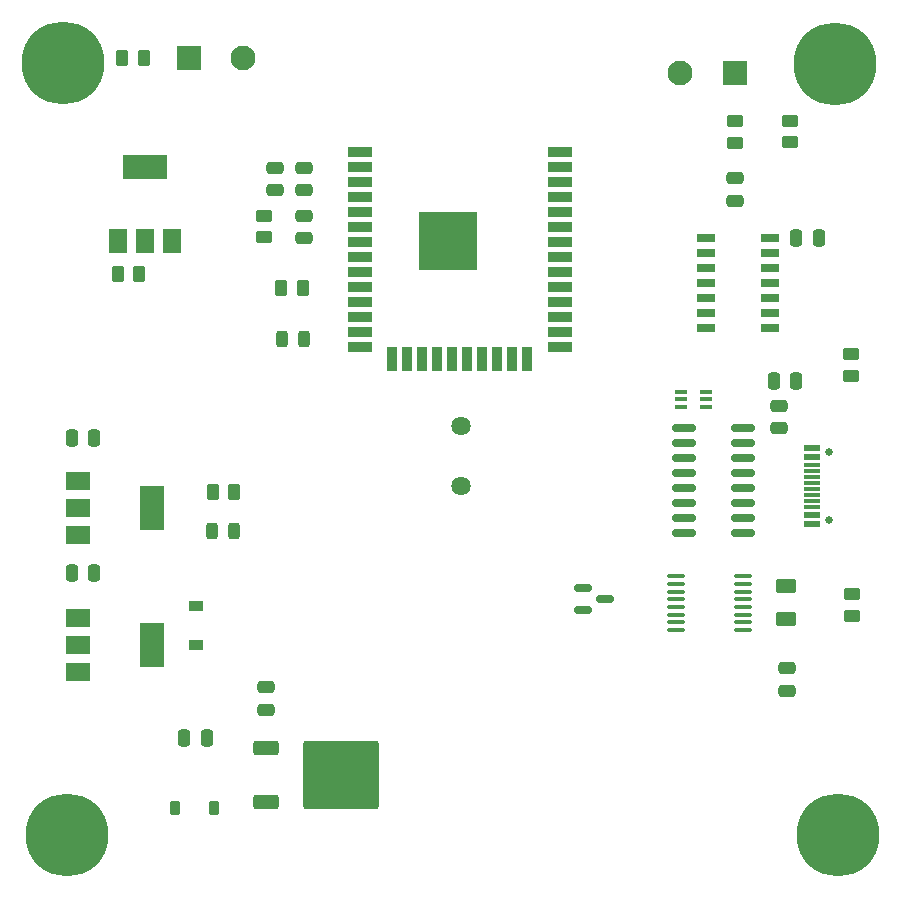
<source format=gbr>
G04 #@! TF.GenerationSoftware,KiCad,Pcbnew,7.0.11-7.0.11~ubuntu22.04.1*
G04 #@! TF.CreationDate,2024-10-06T14:21:29+01:00*
G04 #@! TF.ProjectId,jubileev2,6a756269-6c65-4657-9632-2e6b69636164,rev?*
G04 #@! TF.SameCoordinates,Original*
G04 #@! TF.FileFunction,Soldermask,Top*
G04 #@! TF.FilePolarity,Negative*
%FSLAX46Y46*%
G04 Gerber Fmt 4.6, Leading zero omitted, Abs format (unit mm)*
G04 Created by KiCad (PCBNEW 7.0.11-7.0.11~ubuntu22.04.1) date 2024-10-06 14:21:29*
%MOMM*%
%LPD*%
G01*
G04 APERTURE LIST*
G04 Aperture macros list*
%AMRoundRect*
0 Rectangle with rounded corners*
0 $1 Rounding radius*
0 $2 $3 $4 $5 $6 $7 $8 $9 X,Y pos of 4 corners*
0 Add a 4 corners polygon primitive as box body*
4,1,4,$2,$3,$4,$5,$6,$7,$8,$9,$2,$3,0*
0 Add four circle primitives for the rounded corners*
1,1,$1+$1,$2,$3*
1,1,$1+$1,$4,$5*
1,1,$1+$1,$6,$7*
1,1,$1+$1,$8,$9*
0 Add four rect primitives between the rounded corners*
20,1,$1+$1,$2,$3,$4,$5,0*
20,1,$1+$1,$4,$5,$6,$7,0*
20,1,$1+$1,$6,$7,$8,$9,0*
20,1,$1+$1,$8,$9,$2,$3,0*%
G04 Aperture macros list end*
%ADD10RoundRect,0.250000X0.250000X0.475000X-0.250000X0.475000X-0.250000X-0.475000X0.250000X-0.475000X0*%
%ADD11RoundRect,0.250000X-0.475000X0.250000X-0.475000X-0.250000X0.475000X-0.250000X0.475000X0.250000X0*%
%ADD12RoundRect,0.243750X0.243750X0.456250X-0.243750X0.456250X-0.243750X-0.456250X0.243750X-0.456250X0*%
%ADD13RoundRect,0.250000X-0.625000X0.375000X-0.625000X-0.375000X0.625000X-0.375000X0.625000X0.375000X0*%
%ADD14RoundRect,0.249999X-0.800001X-0.800001X0.800001X-0.800001X0.800001X0.800001X-0.800001X0.800001X0*%
%ADD15C,2.100000*%
%ADD16R,1.500000X2.000000*%
%ADD17R,3.800000X2.000000*%
%ADD18RoundRect,0.249998X-0.262502X-0.450002X0.262502X-0.450002X0.262502X0.450002X-0.262502X0.450002X0*%
%ADD19RoundRect,0.249998X0.450002X-0.262502X0.450002X0.262502X-0.450002X0.262502X-0.450002X-0.262502X0*%
%ADD20RoundRect,0.249999X0.800001X0.800001X-0.800001X0.800001X-0.800001X-0.800001X0.800001X-0.800001X0*%
%ADD21R,2.000000X1.500000*%
%ADD22R,2.000000X3.800000*%
%ADD23C,3.900000*%
%ADD24C,7.000000*%
%ADD25R,1.200000X0.900000*%
%ADD26C,1.638000*%
%ADD27R,1.550000X0.700000*%
%ADD28R,2.000000X0.900000*%
%ADD29R,0.900000X2.000000*%
%ADD30R,5.000000X5.000000*%
%ADD31RoundRect,0.250000X0.475000X-0.250000X0.475000X0.250000X-0.475000X0.250000X-0.475000X-0.250000X0*%
%ADD32R,1.050000X0.450000*%
%ADD33RoundRect,0.249998X-0.450002X0.262502X-0.450002X-0.262502X0.450002X-0.262502X0.450002X0.262502X0*%
%ADD34C,0.650000*%
%ADD35R,1.450000X0.600000*%
%ADD36R,1.450000X0.300000*%
%ADD37RoundRect,0.150000X-0.825000X-0.150000X0.825000X-0.150000X0.825000X0.150000X-0.825000X0.150000X0*%
%ADD38RoundRect,0.150000X-0.587500X-0.150000X0.587500X-0.150000X0.587500X0.150000X-0.587500X0.150000X0*%
%ADD39RoundRect,0.250000X-0.850000X-0.350000X0.850000X-0.350000X0.850000X0.350000X-0.850000X0.350000X0*%
%ADD40RoundRect,0.249997X-2.950003X-2.650003X2.950003X-2.650003X2.950003X2.650003X-2.950003X2.650003X0*%
%ADD41RoundRect,0.225000X-0.225000X-0.375000X0.225000X-0.375000X0.225000X0.375000X-0.225000X0.375000X0*%
%ADD42RoundRect,0.100000X-0.637500X-0.100000X0.637500X-0.100000X0.637500X0.100000X-0.637500X0.100000X0*%
G04 APERTURE END LIST*
D10*
G04 #@! TO.C,C1*
X47879000Y-101981000D03*
X45979000Y-101981000D03*
G04 #@! TD*
G04 #@! TO.C,C2*
X57390305Y-115994183D03*
X55490305Y-115994183D03*
G04 #@! TD*
G04 #@! TO.C,C3*
X47879000Y-90551000D03*
X45979000Y-90551000D03*
G04 #@! TD*
D11*
G04 #@! TO.C,C5*
X65659000Y-67691000D03*
X65659000Y-69591000D03*
G04 #@! TD*
G04 #@! TO.C,C12*
X102108000Y-68580000D03*
X102108000Y-70480000D03*
G04 #@! TD*
D12*
G04 #@! TO.C,D1*
X59690000Y-98425000D03*
X57815000Y-98425000D03*
G04 #@! TD*
G04 #@! TO.C,D4*
X65629000Y-82169000D03*
X63754000Y-82169000D03*
G04 #@! TD*
D13*
G04 #@! TO.C,F1*
X106461285Y-103128799D03*
X106461285Y-105928799D03*
G04 #@! TD*
D14*
G04 #@! TO.C,J3*
X55880000Y-58420000D03*
D15*
X60480000Y-58420000D03*
G04 #@! TD*
D16*
G04 #@! TO.C,Q3*
X49897000Y-73914000D03*
X52197000Y-73914000D03*
D17*
X52197000Y-67614000D03*
D16*
X54497000Y-73914000D03*
G04 #@! TD*
D18*
G04 #@! TO.C,R1*
X57912000Y-95123000D03*
X59737000Y-95123000D03*
G04 #@! TD*
D19*
G04 #@! TO.C,R8*
X106807000Y-65532000D03*
X106807000Y-63707000D03*
G04 #@! TD*
G04 #@! TO.C,R9*
X102108000Y-65579000D03*
X102108000Y-63754000D03*
G04 #@! TD*
D18*
G04 #@! TO.C,R10*
X49864000Y-76708000D03*
X51689000Y-76708000D03*
G04 #@! TD*
G04 #@! TO.C,R11*
X50245000Y-58420000D03*
X52070000Y-58420000D03*
G04 #@! TD*
G04 #@! TO.C,R12*
X63707000Y-77851000D03*
X65532000Y-77851000D03*
G04 #@! TD*
D20*
G04 #@! TO.C,SW3*
X102108000Y-59690000D03*
D15*
X97508000Y-59690000D03*
G04 #@! TD*
D21*
G04 #@! TO.C,U1*
X46482000Y-94206000D03*
X46482000Y-96506000D03*
D22*
X52782000Y-96506000D03*
D21*
X46482000Y-98806000D03*
G04 #@! TD*
G04 #@! TO.C,U2*
X46482000Y-105777000D03*
X46482000Y-108077000D03*
D22*
X52782000Y-108077000D03*
D21*
X46482000Y-110377000D03*
G04 #@! TD*
D23*
G04 #@! TO.C,H1*
X45212000Y-58801000D03*
D24*
X45212000Y-58801000D03*
G04 #@! TD*
D23*
G04 #@! TO.C,H2*
X110871000Y-124206000D03*
D24*
X110871000Y-124206000D03*
G04 #@! TD*
D23*
G04 #@! TO.C,H3*
X110568000Y-58928000D03*
D24*
X110568000Y-58928000D03*
G04 #@! TD*
D23*
G04 #@! TO.C,H4*
X45593000Y-124206000D03*
D24*
X45593000Y-124206000D03*
G04 #@! TD*
D25*
G04 #@! TO.C,D5*
X56515000Y-104777000D03*
X56515000Y-108077000D03*
G04 #@! TD*
D11*
G04 #@! TO.C,C8*
X65659000Y-71755000D03*
X65659000Y-73655000D03*
G04 #@! TD*
D19*
G04 #@! TO.C,R2*
X62230000Y-73580000D03*
X62230000Y-71755000D03*
G04 #@! TD*
D26*
G04 #@! TO.C,S2*
X78968000Y-94653000D03*
X78968000Y-89548000D03*
G04 #@! TD*
D27*
G04 #@! TO.C,IC2*
X99637000Y-73660000D03*
X99637000Y-74930000D03*
X99637000Y-76200000D03*
X99637000Y-77470000D03*
X99637000Y-78740000D03*
X99637000Y-80010000D03*
X99637000Y-81280000D03*
X105087000Y-81280000D03*
X105087000Y-80010000D03*
X105087000Y-78740000D03*
X105087000Y-77470000D03*
X105087000Y-76200000D03*
X105087000Y-74930000D03*
X105087000Y-73660000D03*
G04 #@! TD*
D28*
G04 #@! TO.C,ANT1*
X70336000Y-66372000D03*
X70336000Y-67642000D03*
X70336000Y-68912000D03*
X70336000Y-70182000D03*
X70336000Y-71452000D03*
X70336000Y-72722000D03*
X70336000Y-73992000D03*
X70336000Y-75262000D03*
X70336000Y-76532000D03*
X70336000Y-77802000D03*
X70336000Y-79072000D03*
X70336000Y-80342000D03*
X70336000Y-81612000D03*
X70336000Y-82882000D03*
D29*
X73121000Y-83882000D03*
X74391000Y-83882000D03*
X75661000Y-83882000D03*
X76931000Y-83882000D03*
X78201000Y-83882000D03*
X79471000Y-83882000D03*
X80741000Y-83882000D03*
X82011000Y-83882000D03*
X83281000Y-83882000D03*
X84551000Y-83882000D03*
D28*
X87336000Y-82882000D03*
X87336000Y-81612000D03*
X87336000Y-80342000D03*
X87336000Y-79072000D03*
X87336000Y-77802000D03*
X87336000Y-76532000D03*
X87336000Y-75262000D03*
X87336000Y-73992000D03*
X87336000Y-72722000D03*
X87336000Y-71452000D03*
X87336000Y-70182000D03*
X87336000Y-68912000D03*
X87336000Y-67642000D03*
X87336000Y-66372000D03*
D30*
X77836000Y-73872000D03*
G04 #@! TD*
D10*
G04 #@! TO.C,C6*
X109215000Y-73660000D03*
X107315000Y-73660000D03*
G04 #@! TD*
D31*
G04 #@! TO.C,C4*
X63168000Y-69603000D03*
X63168000Y-67703000D03*
G04 #@! TD*
D11*
G04 #@! TO.C,C10*
X105868000Y-87853000D03*
X105868000Y-89753000D03*
G04 #@! TD*
D32*
G04 #@! TO.C,Q1*
X97568000Y-86653000D03*
X97568000Y-87303000D03*
X97568000Y-87953000D03*
X99668000Y-87953000D03*
X99668000Y-87303000D03*
X99668000Y-86653000D03*
G04 #@! TD*
D19*
G04 #@! TO.C,R3*
X112055316Y-105607719D03*
X112055316Y-103782719D03*
G04 #@! TD*
D33*
G04 #@! TO.C,R4*
X111951926Y-83498855D03*
X111951926Y-85323855D03*
G04 #@! TD*
D34*
G04 #@! TO.C,USB1*
X110098000Y-97523000D03*
X110098000Y-91743000D03*
D35*
X108653000Y-97858000D03*
X108653000Y-97083000D03*
D36*
X108653000Y-96383000D03*
X108653000Y-95883000D03*
X108653000Y-95383000D03*
X108653000Y-94883000D03*
X108653000Y-94383000D03*
X108653000Y-93883000D03*
X108653000Y-93383000D03*
X108653000Y-92883000D03*
D35*
X108653000Y-92183000D03*
X108653000Y-91408000D03*
G04 #@! TD*
D10*
G04 #@! TO.C,C11*
X107318000Y-85753000D03*
X105418000Y-85753000D03*
G04 #@! TD*
D37*
G04 #@! TO.C,U3*
X97843000Y-89758000D03*
X97843000Y-91028000D03*
X97843000Y-92298000D03*
X97843000Y-93568000D03*
X97843000Y-94838000D03*
X97843000Y-96108000D03*
X97843000Y-97378000D03*
X97843000Y-98648000D03*
X102793000Y-98648000D03*
X102793000Y-97378000D03*
X102793000Y-96108000D03*
X102793000Y-94838000D03*
X102793000Y-93568000D03*
X102793000Y-92298000D03*
X102793000Y-91028000D03*
X102793000Y-89758000D03*
G04 #@! TD*
D38*
G04 #@! TO.C,Q2*
X89254091Y-103242522D03*
X89254091Y-105142522D03*
X91129091Y-104192522D03*
G04 #@! TD*
D39*
G04 #@! TO.C,U5*
X62447136Y-116854381D03*
D40*
X68747136Y-119134381D03*
D39*
X62447136Y-121414381D03*
G04 #@! TD*
D31*
G04 #@! TO.C,C13*
X62452882Y-113593837D03*
X62452882Y-111693837D03*
G04 #@! TD*
D41*
G04 #@! TO.C,D6*
X54747271Y-121913330D03*
X58047271Y-121913330D03*
G04 #@! TD*
D11*
G04 #@! TO.C,C7*
X106494434Y-110076071D03*
X106494434Y-111976071D03*
G04 #@! TD*
D42*
G04 #@! TO.C,U4*
X97090399Y-102290797D03*
X97090399Y-102940797D03*
X97090399Y-103590797D03*
X97090399Y-104240797D03*
X97090399Y-104890797D03*
X97090399Y-105540797D03*
X97090399Y-106190797D03*
X97090399Y-106840797D03*
X102815399Y-106840797D03*
X102815399Y-106190797D03*
X102815399Y-105540797D03*
X102815399Y-104890797D03*
X102815399Y-104240797D03*
X102815399Y-103590797D03*
X102815399Y-102940797D03*
X102815399Y-102290797D03*
G04 #@! TD*
M02*

</source>
